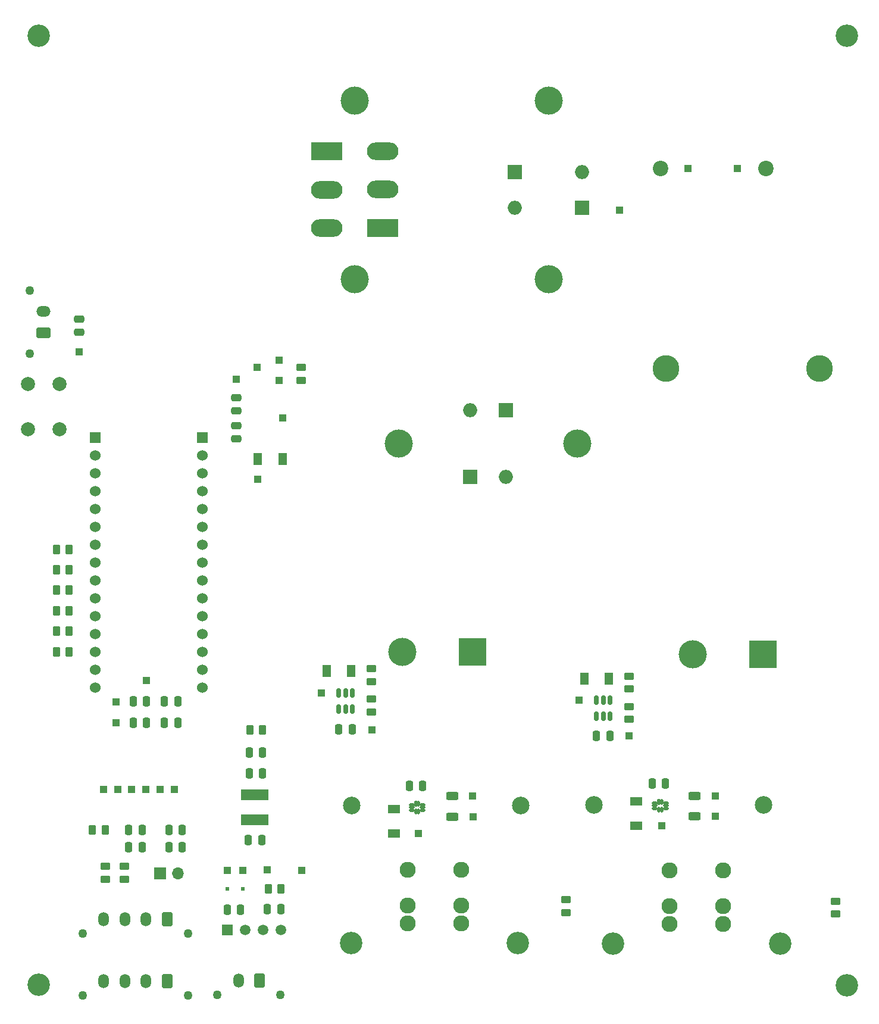
<source format=gbs>
%TF.GenerationSoftware,KiCad,Pcbnew,(6.0.1)*%
%TF.CreationDate,2022-02-04T14:08:06-06:00*%
%TF.ProjectId,MPPT,4d505054-2e6b-4696-9361-645f70636258,1.3.0*%
%TF.SameCoordinates,Original*%
%TF.FileFunction,Soldermask,Bot*%
%TF.FilePolarity,Negative*%
%FSLAX46Y46*%
G04 Gerber Fmt 4.6, Leading zero omitted, Abs format (unit mm)*
G04 Created by KiCad (PCBNEW (6.0.1)) date 2022-02-04 14:08:06*
%MOMM*%
%LPD*%
G01*
G04 APERTURE LIST*
G04 Aperture macros list*
%AMRoundRect*
0 Rectangle with rounded corners*
0 $1 Rounding radius*
0 $2 $3 $4 $5 $6 $7 $8 $9 X,Y pos of 4 corners*
0 Add a 4 corners polygon primitive as box body*
4,1,4,$2,$3,$4,$5,$6,$7,$8,$9,$2,$3,0*
0 Add four circle primitives for the rounded corners*
1,1,$1+$1,$2,$3*
1,1,$1+$1,$4,$5*
1,1,$1+$1,$6,$7*
1,1,$1+$1,$8,$9*
0 Add four rect primitives between the rounded corners*
20,1,$1+$1,$2,$3,$4,$5,0*
20,1,$1+$1,$4,$5,$6,$7,0*
20,1,$1+$1,$6,$7,$8,$9,0*
20,1,$1+$1,$8,$9,$2,$3,0*%
G04 Aperture macros list end*
%ADD10R,1.000000X1.000000*%
%ADD11C,1.530000*%
%ADD12R,1.530000X1.530000*%
%ADD13RoundRect,0.150000X-0.150000X0.512500X-0.150000X-0.512500X0.150000X-0.512500X0.150000X0.512500X0*%
%ADD14RoundRect,0.100000X-0.281500X0.112500X-0.281500X-0.112500X0.281500X-0.112500X0.281500X0.112500X0*%
%ADD15RoundRect,0.100000X-0.112500X0.281500X-0.112500X-0.281500X0.112500X-0.281500X0.112500X0.281500X0*%
%ADD16RoundRect,0.100000X-0.112500X0.331500X-0.112500X-0.331500X0.112500X-0.331500X0.112500X0.331500X0*%
%ADD17C,1.508000*%
%ADD18R,1.508000X1.508000*%
%ADD19C,2.000000*%
%ADD20RoundRect,0.250000X0.262500X0.450000X-0.262500X0.450000X-0.262500X-0.450000X0.262500X-0.450000X0*%
%ADD21RoundRect,0.250000X-0.450000X0.262500X-0.450000X-0.262500X0.450000X-0.262500X0.450000X0.262500X0*%
%ADD22RoundRect,0.250000X0.450000X-0.262500X0.450000X0.262500X-0.450000X0.262500X-0.450000X-0.262500X0*%
%ADD23RoundRect,0.250000X-0.625000X0.312500X-0.625000X-0.312500X0.625000X-0.312500X0.625000X0.312500X0*%
%ADD24RoundRect,0.250000X0.625000X-0.312500X0.625000X0.312500X-0.625000X0.312500X-0.625000X-0.312500X0*%
%ADD25O,2.000000X2.000000*%
%ADD26R,2.000000X2.000000*%
%ADD27R,4.500000X2.500000*%
%ADD28O,4.500000X2.500000*%
%ADD29C,3.800000*%
%ADD30R,4.000000X1.500000*%
%ADD31R,1.700000X1.700000*%
%ADD32O,1.700000X1.700000*%
%ADD33C,1.270000*%
%ADD34RoundRect,0.250001X0.499999X0.759999X-0.499999X0.759999X-0.499999X-0.759999X0.499999X-0.759999X0*%
%ADD35O,1.500000X2.020000*%
%ADD36C,3.200000*%
%ADD37C,2.286000*%
%ADD38RoundRect,0.250001X0.759999X-0.499999X0.759999X0.499999X-0.759999X0.499999X-0.759999X-0.499999X0*%
%ADD39O,2.020000X1.500000*%
%ADD40C,4.000000*%
%ADD41C,2.500000*%
%ADD42R,1.300000X1.700000*%
%ADD43R,1.700000X1.300000*%
%ADD44R,1.100000X1.100000*%
%ADD45R,0.500000X0.500000*%
%ADD46R,4.000000X4.000000*%
%ADD47RoundRect,0.250000X0.250000X0.475000X-0.250000X0.475000X-0.250000X-0.475000X0.250000X-0.475000X0*%
%ADD48RoundRect,0.250000X-0.250000X-0.475000X0.250000X-0.475000X0.250000X0.475000X-0.250000X0.475000X0*%
%ADD49C,2.200000*%
%ADD50RoundRect,0.250000X-0.475000X0.250000X-0.475000X-0.250000X0.475000X-0.250000X0.475000X0.250000X0*%
%ADD51RoundRect,0.250000X0.475000X-0.250000X0.475000X0.250000X-0.475000X0.250000X-0.475000X-0.250000X0*%
G04 APERTURE END LIST*
D10*
%TO.C,TP12*%
X114880000Y-41345000D03*
%TD*%
D11*
%TO.C,U2*%
X30565000Y-115215000D03*
X30565000Y-112675000D03*
X30565000Y-110135000D03*
X30565000Y-107595000D03*
X30565000Y-105055000D03*
X30565000Y-102515000D03*
X30565000Y-99975000D03*
X30565000Y-97435000D03*
X30565000Y-94895000D03*
X30565000Y-92355000D03*
X30565000Y-89815000D03*
X30565000Y-87275000D03*
X30565000Y-84735000D03*
X30565000Y-82195000D03*
D12*
X30565000Y-79655000D03*
D11*
X45805000Y-115215000D03*
X45805000Y-112675000D03*
X45805000Y-110135000D03*
X45805000Y-107595000D03*
X45805000Y-105055000D03*
X45805000Y-102515000D03*
X45805000Y-99975000D03*
X45805000Y-97435000D03*
X45805000Y-94895000D03*
X45805000Y-92355000D03*
X45805000Y-89815000D03*
X45805000Y-87275000D03*
X45805000Y-84735000D03*
X45805000Y-82195000D03*
D12*
X45805000Y-79655000D03*
%TD*%
D13*
%TO.C,U8*%
X65245000Y-115939882D03*
X66195000Y-115939882D03*
X67145000Y-115939882D03*
X67145000Y-118214882D03*
X66195000Y-118214882D03*
X65245000Y-118214882D03*
%TD*%
%TO.C,U7*%
X101895000Y-116951250D03*
X102845000Y-116951250D03*
X103795000Y-116951250D03*
X103795000Y-119226250D03*
X102845000Y-119226250D03*
X101895000Y-119226250D03*
%TD*%
D14*
%TO.C,U6*%
X75613166Y-131836000D03*
X75613166Y-132236000D03*
X75613166Y-132636000D03*
D15*
X76181666Y-132804500D03*
X76581666Y-132804500D03*
D14*
X77150166Y-132636000D03*
X77150166Y-132236000D03*
X77150166Y-131836000D03*
D15*
X76581666Y-131667500D03*
D16*
X76181666Y-131717500D03*
%TD*%
D14*
%TO.C,U5*%
X110206500Y-131591000D03*
X110206500Y-131991000D03*
X110206500Y-132391000D03*
D15*
X110775000Y-132559500D03*
X111175000Y-132559500D03*
D14*
X111743500Y-132391000D03*
X111743500Y-131991000D03*
X111743500Y-131591000D03*
D15*
X111175000Y-131422500D03*
D16*
X110775000Y-131472500D03*
%TD*%
D17*
%TO.C,U1*%
X54427500Y-149695000D03*
X56967500Y-149695000D03*
X51887500Y-149695000D03*
D18*
X49347500Y-149695000D03*
%TD*%
D10*
%TO.C,TP31*%
X31790000Y-129670000D03*
%TD*%
%TO.C,TP30*%
X33785000Y-129670000D03*
%TD*%
%TO.C,TP29*%
X39805000Y-129670000D03*
%TD*%
%TO.C,TP28*%
X35785000Y-129670000D03*
%TD*%
%TO.C,TP27*%
X37795000Y-129665000D03*
%TD*%
%TO.C,TP26*%
X41815000Y-129670000D03*
%TD*%
%TO.C,TP25*%
X33535000Y-117200000D03*
%TD*%
%TO.C,TP24*%
X33505000Y-120180000D03*
%TD*%
%TO.C,TP23*%
X62710000Y-115940000D03*
%TD*%
%TO.C,TP22*%
X69955000Y-121192500D03*
%TD*%
%TO.C,TP21*%
X99420000Y-116943750D03*
%TD*%
%TO.C,TP20*%
X106505000Y-122068750D03*
%TD*%
%TO.C,TP19*%
X76546666Y-135926000D03*
%TD*%
%TO.C,TP18*%
X84290000Y-130636000D03*
%TD*%
%TO.C,TP17*%
X84325000Y-133576000D03*
%TD*%
%TO.C,TP16*%
X111165000Y-134851000D03*
%TD*%
%TO.C,TP15*%
X118775000Y-133511000D03*
%TD*%
%TO.C,TP14*%
X118775000Y-130571000D03*
%TD*%
%TO.C,TP13*%
X121900000Y-41370000D03*
%TD*%
%TO.C,TP11*%
X105130000Y-47320000D03*
%TD*%
%TO.C,TP10*%
X53570000Y-69670000D03*
%TD*%
%TO.C,TP9*%
X50625000Y-71295000D03*
%TD*%
%TO.C,TP8*%
X57245000Y-76820000D03*
%TD*%
%TO.C,TP7*%
X53665000Y-85550000D03*
%TD*%
%TO.C,TP6*%
X55077500Y-141125000D03*
%TD*%
%TO.C,TP5*%
X59930000Y-141220000D03*
%TD*%
%TO.C,TP4*%
X37870000Y-114145000D03*
%TD*%
%TO.C,TP3*%
X28325000Y-67440000D03*
%TD*%
%TO.C,TP2*%
X49350000Y-141170000D03*
%TD*%
%TO.C,TP1*%
X51557500Y-141145000D03*
%TD*%
D19*
%TO.C,SW1*%
X21010000Y-71990000D03*
X21010000Y-78490000D03*
X25510000Y-71990000D03*
X25510000Y-78490000D03*
%TD*%
D20*
%TO.C,R22*%
X26860000Y-101295000D03*
X25035000Y-101295000D03*
%TD*%
%TO.C,R21*%
X25062500Y-107140000D03*
X26887500Y-107140000D03*
%TD*%
%TO.C,R20*%
X26880000Y-110130000D03*
X25055000Y-110130000D03*
%TD*%
%TO.C,R19*%
X26885000Y-104250000D03*
X25060000Y-104250000D03*
%TD*%
%TO.C,R18*%
X26887500Y-98420000D03*
X25062500Y-98420000D03*
%TD*%
%TO.C,R17*%
X26887500Y-95510000D03*
X25062500Y-95510000D03*
%TD*%
D21*
%TO.C,R16*%
X97515000Y-147200000D03*
X97515000Y-145375000D03*
%TD*%
%TO.C,R15*%
X135870000Y-145574000D03*
X135870000Y-147399000D03*
%TD*%
D22*
%TO.C,R14*%
X32050000Y-142425000D03*
X32050000Y-140600000D03*
%TD*%
D21*
%TO.C,R13*%
X34740000Y-140615000D03*
X34740000Y-142440000D03*
%TD*%
D20*
%TO.C,R12*%
X32002500Y-135415000D03*
X30177500Y-135415000D03*
%TD*%
D22*
%TO.C,R11*%
X69850000Y-114312500D03*
X69850000Y-112487500D03*
%TD*%
D21*
%TO.C,R10*%
X69865000Y-116842500D03*
X69865000Y-118667500D03*
%TD*%
D22*
%TO.C,R9*%
X106520000Y-115368750D03*
X106520000Y-113543750D03*
%TD*%
D21*
%TO.C,R8*%
X106515000Y-117878750D03*
X106515000Y-119703750D03*
%TD*%
D23*
%TO.C,R7*%
X81360000Y-130643500D03*
X81360000Y-133568500D03*
%TD*%
D24*
%TO.C,R6*%
X115840000Y-130587500D03*
X115840000Y-133512500D03*
%TD*%
D25*
%TO.C,R5*%
X99800000Y-41905000D03*
D26*
X99800000Y-46985000D03*
%TD*%
D21*
%TO.C,R4*%
X59885000Y-71475000D03*
X59885000Y-69650000D03*
%TD*%
D20*
%TO.C,R3*%
X54375000Y-121195000D03*
X52550000Y-121195000D03*
%TD*%
%TO.C,R1*%
X55187500Y-143775000D03*
X57012500Y-143775000D03*
%TD*%
D27*
%TO.C,Q2*%
X71435000Y-49800000D03*
D28*
X71435000Y-44350000D03*
X71435000Y-38900000D03*
%TD*%
D27*
%TO.C,Q1*%
X63525000Y-38930000D03*
D28*
X63525000Y-44380000D03*
X63525000Y-49830000D03*
%TD*%
D29*
%TO.C,L2*%
X133590000Y-69795000D03*
X111790000Y-69795000D03*
%TD*%
D30*
%TO.C,L1*%
X53310000Y-134015000D03*
X53310000Y-130415000D03*
%TD*%
D31*
%TO.C,JP1*%
X39825000Y-141620000D03*
D32*
X42365000Y-141620000D03*
%TD*%
D33*
%TO.C,J6*%
X43795000Y-150127500D03*
X28795000Y-150127500D03*
D34*
X40795000Y-148167500D03*
D35*
X37795000Y-148167500D03*
X34795000Y-148167500D03*
X31795000Y-148167500D03*
%TD*%
D33*
%TO.C,J5*%
X43790000Y-158927500D03*
X28790000Y-158927500D03*
D34*
X40790000Y-156967500D03*
D35*
X37790000Y-156967500D03*
X34790000Y-156967500D03*
X31790000Y-156967500D03*
%TD*%
D36*
%TO.C,J4*%
X90715000Y-151515000D03*
X66975000Y-151515000D03*
D37*
X82655000Y-148715000D03*
X82655000Y-146175000D03*
X75035000Y-148715000D03*
X75035000Y-146175000D03*
X82655000Y-141095000D03*
X75035000Y-141095000D03*
%TD*%
D36*
%TO.C,J3*%
X127995000Y-151580000D03*
X104255000Y-151580000D03*
D37*
X119935000Y-148780000D03*
X119935000Y-146240000D03*
X112315000Y-148780000D03*
X112315000Y-146240000D03*
X119935000Y-141160000D03*
X112315000Y-141160000D03*
%TD*%
D33*
%TO.C,J2*%
X21285000Y-67710000D03*
X21285000Y-58710000D03*
D38*
X23245000Y-64710000D03*
D39*
X23245000Y-61710000D03*
%TD*%
D35*
%TO.C,J1*%
X50942500Y-156885000D03*
D34*
X53942500Y-156885000D03*
D33*
X47942500Y-158845000D03*
X56942500Y-158845000D03*
%TD*%
D40*
%TO.C,HS3*%
X99185000Y-80475000D03*
X73785000Y-80475000D03*
%TD*%
%TO.C,HS2*%
X95065000Y-57090000D03*
X95065000Y-31690000D03*
%TD*%
%TO.C,HS1*%
X67530000Y-31685000D03*
X67530000Y-57085000D03*
%TD*%
D41*
%TO.C,F2*%
X67045000Y-131955000D03*
X91145000Y-131955000D03*
%TD*%
%TO.C,F1*%
X101570000Y-131874000D03*
X125670000Y-131874000D03*
%TD*%
D42*
%TO.C,D10*%
X63495000Y-112810000D03*
X66995000Y-112810000D03*
%TD*%
%TO.C,D9*%
X103650000Y-113913750D03*
X100150000Y-113913750D03*
%TD*%
D43*
%TO.C,D8*%
X73110000Y-135941000D03*
X73110000Y-132441000D03*
%TD*%
%TO.C,D7*%
X107565000Y-134846000D03*
X107565000Y-131346000D03*
%TD*%
D26*
%TO.C,D6*%
X89030000Y-75710000D03*
D25*
X83950000Y-75710000D03*
%TD*%
D26*
%TO.C,D5*%
X83950000Y-85255000D03*
D25*
X89030000Y-85255000D03*
%TD*%
%TO.C,D4*%
X90270000Y-46985000D03*
D26*
X90270000Y-41905000D03*
%TD*%
D44*
%TO.C,D3*%
X56760000Y-71465000D03*
X56760000Y-68665000D03*
%TD*%
D42*
%TO.C,D2*%
X53730000Y-82680000D03*
X57230000Y-82680000D03*
%TD*%
D45*
%TO.C,D1*%
X49347500Y-143795000D03*
X51547500Y-143795000D03*
%TD*%
D46*
%TO.C,CP2*%
X84225000Y-110145000D03*
D40*
X74225000Y-110145000D03*
%TD*%
%TO.C,CP1*%
X115570000Y-110435000D03*
D46*
X125570000Y-110435000D03*
%TD*%
D47*
%TO.C,C21*%
X37250000Y-135425000D03*
X35350000Y-135425000D03*
%TD*%
D48*
%TO.C,C20*%
X35350000Y-137915000D03*
X37250000Y-137915000D03*
%TD*%
%TO.C,C19*%
X41040000Y-137905000D03*
X42940000Y-137905000D03*
%TD*%
%TO.C,C18*%
X41055000Y-135435000D03*
X42955000Y-135435000D03*
%TD*%
D47*
%TO.C,C17*%
X35975000Y-120175000D03*
X37875000Y-120175000D03*
%TD*%
D48*
%TO.C,C16*%
X37880000Y-117155000D03*
X35980000Y-117155000D03*
%TD*%
D47*
%TO.C,C15*%
X40435000Y-120155000D03*
X42335000Y-120155000D03*
%TD*%
D48*
%TO.C,C14*%
X42330000Y-117115000D03*
X40430000Y-117115000D03*
%TD*%
D47*
%TO.C,C13*%
X67140000Y-121145000D03*
X65240000Y-121145000D03*
%TD*%
%TO.C,C12*%
X103785000Y-122083750D03*
X101885000Y-122083750D03*
%TD*%
D48*
%TO.C,C11*%
X75245000Y-129141000D03*
X77145000Y-129141000D03*
%TD*%
%TO.C,C10*%
X109830000Y-128866000D03*
X111730000Y-128866000D03*
%TD*%
D49*
%TO.C,C9*%
X125975000Y-41325000D03*
X110975000Y-41325000D03*
%TD*%
D47*
%TO.C,C8*%
X54370000Y-124435000D03*
X52470000Y-124435000D03*
%TD*%
D48*
%TO.C,C7*%
X52480000Y-127390000D03*
X54380000Y-127390000D03*
%TD*%
%TO.C,C6*%
X52355000Y-136830000D03*
X54255000Y-136830000D03*
%TD*%
D50*
%TO.C,C5*%
X50610000Y-73965000D03*
X50610000Y-75865000D03*
%TD*%
%TO.C,C4*%
X50630000Y-77930000D03*
X50630000Y-79830000D03*
%TD*%
D51*
%TO.C,C3*%
X28325000Y-64685000D03*
X28325000Y-62785000D03*
%TD*%
D47*
%TO.C,C2*%
X55077500Y-146730000D03*
X56977500Y-146730000D03*
%TD*%
%TO.C,C1*%
X49362500Y-146765000D03*
X51262500Y-146765000D03*
%TD*%
D36*
%TO.C,H2*%
X22500000Y-157470000D03*
%TD*%
%TO.C,H1*%
X137520000Y-157565000D03*
%TD*%
%TO.C,H3*%
X137500000Y-22470000D03*
%TD*%
%TO.C,H4*%
X22500000Y-22470000D03*
%TD*%
M02*

</source>
